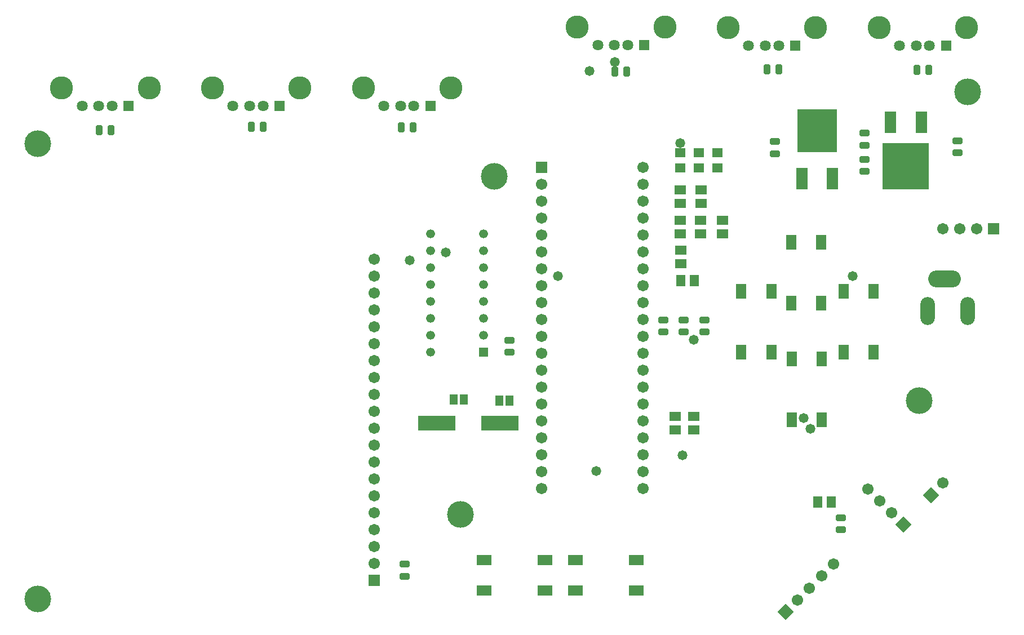
<source format=gts>
G04*
G04 #@! TF.GenerationSoftware,Altium Limited,Altium Designer,22.1.2 (22)*
G04*
G04 Layer_Color=8388736*
%FSLAX25Y25*%
%MOIN*%
G70*
G04*
G04 #@! TF.SameCoordinates,6339715F-6F4B-4C81-9F29-0EB7974063C6*
G04*
G04*
G04 #@! TF.FilePolarity,Negative*
G04*
G01*
G75*
%ADD31R,0.06800X0.05300*%
%ADD32R,0.05300X0.06800*%
%ADD33R,0.05918X0.05328*%
G04:AMPARAMS|DCode=34|XSize=59.18mil|YSize=37.92mil|CornerRadius=7.74mil|HoleSize=0mil|Usage=FLASHONLY|Rotation=180.000|XOffset=0mil|YOffset=0mil|HoleType=Round|Shape=RoundedRectangle|*
%AMROUNDEDRECTD34*
21,1,0.05918,0.02244,0,0,180.0*
21,1,0.04370,0.03792,0,0,180.0*
1,1,0.01548,-0.02185,0.01122*
1,1,0.01548,0.02185,0.01122*
1,1,0.01548,0.02185,-0.01122*
1,1,0.01548,-0.02185,-0.01122*
%
%ADD34ROUNDEDRECTD34*%
%ADD35R,0.22453X0.08674*%
G04:AMPARAMS|DCode=36|XSize=59.18mil|YSize=37.92mil|CornerRadius=7.74mil|HoleSize=0mil|Usage=FLASHONLY|Rotation=90.000|XOffset=0mil|YOffset=0mil|HoleType=Round|Shape=RoundedRectangle|*
%AMROUNDEDRECTD36*
21,1,0.05918,0.02244,0,0,90.0*
21,1,0.04370,0.03792,0,0,90.0*
1,1,0.01548,0.01122,0.02185*
1,1,0.01548,0.01122,-0.02185*
1,1,0.01548,-0.01122,-0.02185*
1,1,0.01548,-0.01122,0.02185*
%
%ADD36ROUNDEDRECTD36*%
%ADD37R,0.07099X0.12611*%
%ADD38R,0.27178X0.27178*%
%ADD39R,0.23635X0.25210*%
%ADD40R,0.07099X0.12611*%
%ADD41R,0.04737X0.05918*%
%ADD42R,0.06312X0.09068*%
%ADD43R,0.09068X0.06312*%
%ADD44C,0.06706*%
%ADD45R,0.06706X0.06706*%
%ADD46C,0.13698*%
%ADD47C,0.06422*%
%ADD48R,0.06422X0.06422*%
%ADD49R,0.06706X0.06706*%
%ADD50P,0.09483X4X90.0*%
%ADD51C,0.06700*%
%ADD52R,0.06700X0.06700*%
%ADD53R,0.05249X0.05249*%
%ADD54C,0.05249*%
%ADD55P,0.09483X4X180.0*%
%ADD56O,0.08674X0.16548*%
%ADD57O,0.19304X0.10052*%
%ADD58C,0.05800*%
%ADD59C,0.15800*%
D31*
X425000Y244000D02*
D03*
Y236000D02*
D03*
X412000Y244000D02*
D03*
Y236000D02*
D03*
X412500Y262000D02*
D03*
Y254000D02*
D03*
X400500Y226500D02*
D03*
Y218500D02*
D03*
X400000Y244000D02*
D03*
Y236000D02*
D03*
Y262000D02*
D03*
Y254000D02*
D03*
X408000Y120000D02*
D03*
Y128000D02*
D03*
X397000Y120000D02*
D03*
Y128000D02*
D03*
D32*
X400500Y208500D02*
D03*
X408500D02*
D03*
X489500Y77500D02*
D03*
X481500D02*
D03*
D33*
X400000Y275071D02*
D03*
Y283929D02*
D03*
X422000Y275071D02*
D03*
Y283929D02*
D03*
X411000Y275071D02*
D03*
Y283929D02*
D03*
D34*
X299000Y173004D02*
D03*
Y165957D02*
D03*
X414500Y177996D02*
D03*
Y185043D02*
D03*
X402000Y177996D02*
D03*
Y185043D02*
D03*
X390000Y177996D02*
D03*
Y185043D02*
D03*
X456000Y283496D02*
D03*
Y290543D02*
D03*
X564000Y283996D02*
D03*
Y291043D02*
D03*
X509000Y280004D02*
D03*
Y272957D02*
D03*
Y288496D02*
D03*
Y295543D02*
D03*
X495000Y68004D02*
D03*
Y60957D02*
D03*
X237000Y33496D02*
D03*
Y40543D02*
D03*
D35*
X293402Y124000D02*
D03*
X256000D02*
D03*
D36*
X547004Y333000D02*
D03*
X539957D02*
D03*
X458504Y333500D02*
D03*
X451457D02*
D03*
X368504Y332000D02*
D03*
X361457D02*
D03*
X242004Y299000D02*
D03*
X234957D02*
D03*
X63504Y297500D02*
D03*
X56457D02*
D03*
X153504Y299500D02*
D03*
X146457D02*
D03*
D37*
X542555Y302091D02*
D03*
X524445D02*
D03*
D38*
X533500Y275909D02*
D03*
D39*
X481000Y297000D02*
D03*
D40*
X472004Y268732D02*
D03*
X489996D02*
D03*
D41*
X293047Y137500D02*
D03*
X298953D02*
D03*
X271953Y138000D02*
D03*
X266047D02*
D03*
D42*
X483258Y230913D02*
D03*
Y195087D02*
D03*
X465542D02*
D03*
Y230913D02*
D03*
X453858Y201913D02*
D03*
Y166087D02*
D03*
X436142D02*
D03*
Y201913D02*
D03*
X514358D02*
D03*
Y166087D02*
D03*
X496642D02*
D03*
Y201913D02*
D03*
X483758Y161913D02*
D03*
Y126087D02*
D03*
X466042D02*
D03*
Y161913D02*
D03*
D43*
X338087Y42858D02*
D03*
X373913D02*
D03*
Y25142D02*
D03*
X338087D02*
D03*
X284087Y42858D02*
D03*
X319913D02*
D03*
Y25142D02*
D03*
X284087D02*
D03*
D44*
X219000Y221000D02*
D03*
Y211000D02*
D03*
Y201000D02*
D03*
Y191000D02*
D03*
Y181000D02*
D03*
Y171000D02*
D03*
Y161000D02*
D03*
Y151000D02*
D03*
Y141000D02*
D03*
Y131000D02*
D03*
Y121000D02*
D03*
Y111000D02*
D03*
Y101000D02*
D03*
Y91000D02*
D03*
Y81000D02*
D03*
Y71000D02*
D03*
Y61000D02*
D03*
Y51000D02*
D03*
Y41000D02*
D03*
X555500Y239000D02*
D03*
X565500D02*
D03*
X575500D02*
D03*
X490642Y40642D02*
D03*
X483571Y33571D02*
D03*
X476500Y26500D02*
D03*
X469429Y19429D02*
D03*
X555399Y88571D02*
D03*
X510858Y85142D02*
D03*
X517929Y78071D02*
D03*
X525000Y71000D02*
D03*
D45*
X219000Y31000D02*
D03*
D46*
X123397Y322500D02*
D03*
X175129D02*
D03*
X212659D02*
D03*
X264391D02*
D03*
X85866D02*
D03*
X34134D02*
D03*
X569391Y358000D02*
D03*
X517659D02*
D03*
X480129D02*
D03*
X428397D02*
D03*
X390866Y358500D02*
D03*
X339134D02*
D03*
D47*
X135483Y311831D02*
D03*
X145326D02*
D03*
X153200D02*
D03*
X224746D02*
D03*
X234588D02*
D03*
X242462D02*
D03*
X63937D02*
D03*
X56063D02*
D03*
X46220D02*
D03*
X547462Y347331D02*
D03*
X539588D02*
D03*
X529746D02*
D03*
X458200D02*
D03*
X450326D02*
D03*
X440483D02*
D03*
X368937Y347831D02*
D03*
X361063D02*
D03*
X351220D02*
D03*
D48*
X163042Y311831D02*
D03*
X252305D02*
D03*
X73780D02*
D03*
X557305Y347331D02*
D03*
X468042D02*
D03*
X378780Y347831D02*
D03*
D49*
X585500Y239000D02*
D03*
D50*
X462358Y12358D02*
D03*
X548328Y81500D02*
D03*
D51*
X378000Y275500D02*
D03*
Y265500D02*
D03*
Y255500D02*
D03*
Y245500D02*
D03*
Y235500D02*
D03*
Y225500D02*
D03*
Y215500D02*
D03*
Y205500D02*
D03*
Y195500D02*
D03*
Y185500D02*
D03*
Y175500D02*
D03*
Y165500D02*
D03*
Y155500D02*
D03*
Y145500D02*
D03*
Y135500D02*
D03*
Y125500D02*
D03*
Y115500D02*
D03*
Y105500D02*
D03*
Y95500D02*
D03*
Y85500D02*
D03*
X318000D02*
D03*
Y95500D02*
D03*
Y105500D02*
D03*
Y115500D02*
D03*
Y125500D02*
D03*
Y135500D02*
D03*
Y145500D02*
D03*
Y155500D02*
D03*
Y165500D02*
D03*
Y175500D02*
D03*
Y185500D02*
D03*
Y195500D02*
D03*
Y205500D02*
D03*
Y215500D02*
D03*
Y225500D02*
D03*
Y235500D02*
D03*
Y245500D02*
D03*
Y255500D02*
D03*
Y265500D02*
D03*
D52*
Y275500D02*
D03*
D53*
X283630Y166000D02*
D03*
D54*
Y176000D02*
D03*
Y186000D02*
D03*
Y196000D02*
D03*
Y206000D02*
D03*
Y216000D02*
D03*
Y226000D02*
D03*
Y236000D02*
D03*
X252370D02*
D03*
Y226000D02*
D03*
Y216000D02*
D03*
Y206000D02*
D03*
Y196000D02*
D03*
Y186000D02*
D03*
Y176000D02*
D03*
Y166000D02*
D03*
D55*
X532071Y63929D02*
D03*
D56*
X546378Y190500D02*
D03*
X570000D02*
D03*
D57*
X556220Y209398D02*
D03*
D58*
X361457Y337595D02*
D03*
X400000Y289700D02*
D03*
X261200Y225000D02*
D03*
X346500Y332300D02*
D03*
X476900Y120600D02*
D03*
X407900Y173500D02*
D03*
X327700Y211000D02*
D03*
X502000D02*
D03*
X472900Y127000D02*
D03*
X240000Y220400D02*
D03*
X350500Y95800D02*
D03*
X401500Y105000D02*
D03*
D59*
X541500Y137500D02*
D03*
X270000Y70000D02*
D03*
X290000Y270000D02*
D03*
X20000Y20000D02*
D03*
Y289500D02*
D03*
X570000Y320000D02*
D03*
M02*

</source>
